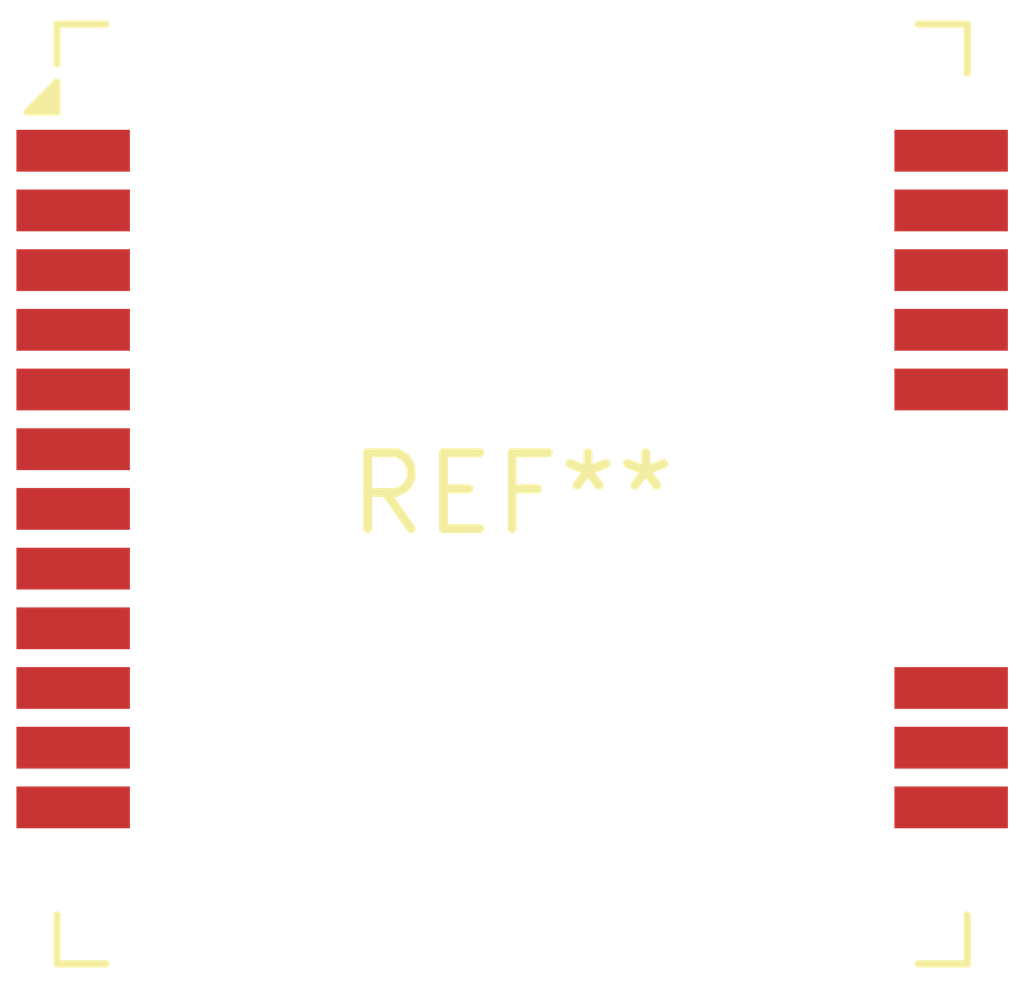
<source format=kicad_pcb>
(kicad_pcb (version 20240108) (generator pcbnew)
  (layers (0 "F.Cu" signal) (31 "B.Cu" signal) (34 "B.Paste" user) (35 "F.Paste" user) (36 "B.SilkS" user "B.Silkscreen") (37 "F.SilkS" user "F.Silkscreen") (38 "B.Mask" user) (39 "F.Mask" user) (44 "Edge.Cuts" user))
  (net 0 "")
  (footprint "RAK4200" (layer "F.Cu") (at 0 0)
    (property "Reference" "REF**")
    (property "Value" "RAK4200")
    (fp_line (start -7.62 -7.87) (end -7.62 -7.2) (layer "F.SilkS") (stroke (width 0.12)))
    (fp_line (start -7.62 -7.87) (end -6.8 -7.87) (layer "F.SilkS") (stroke (width 0.12)))
    (fp_line (start -7.62 7.05) (end -7.62 7.87) (layer "F.SilkS") (stroke (width 0.12)))
    (fp_line (start -6.8 7.87) (end -7.62 7.87) (layer "F.SilkS") (stroke (width 0.12)))
    (fp_line (start 6.8 7.87) (end 7.62 7.87) (layer "F.SilkS") (stroke (width 0.12)))
    (fp_line (start 7.62 -7.87) (end 6.8 -7.87) (layer "F.SilkS") (stroke (width 0.12)))
    (fp_line (start 7.62 -7.05) (end 7.62 -7.87) (layer "F.SilkS") (stroke (width 0.12)))
    (fp_line (start 7.62 7.05) (end 7.62 7.87) (layer "F.SilkS") (stroke (width 0.12)))
    (fp_poly (pts (xy -7.62 -6.4) (xy -8.12 -6.4) (xy -7.62 -6.9) (xy -7.62 -6.4)) (layer "F.SilkS") (stroke (width 0.12)) (fill solid))
    (pad "1" smd rect (at -7.35 -5.75) (size 1.9 0.7) (layers "F.Cu" "F.Paste" "F.Mask"))
    (pad "2" smd rect (at -7.35 -4.75) (size 1.9 0.7) (layers "F.Cu" "F.Paste" "F.Mask"))
    (pad "3" smd rect (at -7.35 -3.75) (size 1.9 0.7) (layers "F.Cu" "F.Paste" "F.Mask"))
    (pad "4" smd rect (at -7.35 -2.75) (size 1.9 0.7) (layers "F.Cu" "F.Paste" "F.Mask"))
    (pad "5" smd rect (at -7.35 -1.75) (size 1.9 0.7) (layers "F.Cu" "F.Paste" "F.Mask"))
    (pad "6" smd rect (at -7.35 -0.75) (size 1.9 0.7) (layers "F.Cu" "F.Paste" "F.Mask"))
    (pad "7" smd rect (at -7.35 0.25) (size 1.9 0.7) (layers "F.Cu" "F.Paste" "F.Mask"))
    (pad "8" smd rect (at -7.35 1.25) (size 1.9 0.7) (layers "F.Cu" "F.Paste" "F.Mask"))
    (pad "9" smd rect (at -7.35 2.25) (size 1.9 0.7) (layers "F.Cu" "F.Paste" "F.Mask"))
    (pad "10" smd rect (at -7.35 3.25) (size 1.9 0.7) (layers "F.Cu" "F.Paste" "F.Mask"))
    (pad "11" smd rect (at -7.35 4.25) (size 1.9 0.7) (layers "F.Cu" "F.Paste" "F.Mask"))
    (pad "12" smd rect (at -7.35 5.25) (size 1.9 0.7) (layers "F.Cu" "F.Paste" "F.Mask"))
    (pad "13" smd rect (at 7.35 5.25) (size 1.9 0.7) (layers "F.Cu" "F.Paste" "F.Mask"))
    (pad "14" smd rect (at 7.35 4.25) (size 1.9 0.7) (layers "F.Cu" "F.Paste" "F.Mask"))
    (pad "15" smd rect (at 7.35 3.25) (size 1.9 0.7) (layers "F.Cu" "F.Paste" "F.Mask"))
    (pad "16" smd rect (at 7.35 -1.75) (size 1.9 0.7) (layers "F.Cu" "F.Paste" "F.Mask"))
    (pad "17" smd rect (at 7.35 -2.75) (size 1.9 0.7) (layers "F.Cu" "F.Paste" "F.Mask"))
    (pad "18" smd rect (at 7.35 -3.75) (size 1.9 0.7) (layers "F.Cu" "F.Paste" "F.Mask"))
    (pad "19" smd rect (at 7.35 -4.75) (size 1.9 0.7) (layers "F.Cu" "F.Paste" "F.Mask"))
    (pad "20" smd rect (at 7.35 -5.75) (size 1.9 0.7) (layers "F.Cu" "F.Paste" "F.Mask"))
  )
)
</source>
